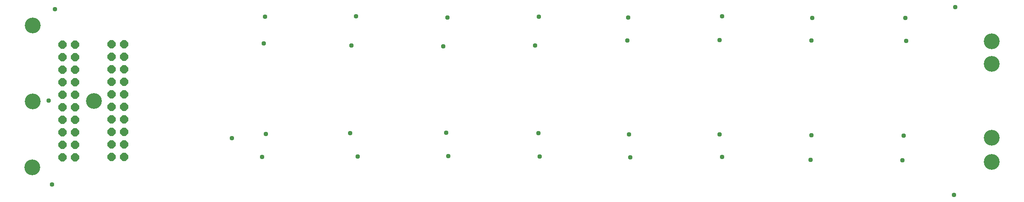
<source format=gbr>
G04 EAGLE Gerber RS-274X export*
G75*
%MOMM*%
%FSLAX34Y34*%
%LPD*%
%INSoldermask Bottom*%
%IPPOS*%
%AMOC8*
5,1,8,0,0,1.08239X$1,22.5*%
G01*
%ADD10C,3.203200*%
%ADD11P,1.759533X8X112.500000*%
%ADD12C,0.959600*%


D10*
X-245000Y312000D03*
X-122000Y159000D03*
X-245000Y158000D03*
X-246000Y24000D03*
X1691000Y280000D03*
X1691000Y234000D03*
X1691000Y84000D03*
X1691000Y35000D03*
D11*
X-86157Y45745D03*
X-60757Y45745D03*
X-86157Y71145D03*
X-60757Y71145D03*
X-86157Y96545D03*
X-60757Y96545D03*
X-86157Y121945D03*
X-60757Y121945D03*
X-86157Y147345D03*
X-60757Y147345D03*
X-86157Y172745D03*
X-60757Y172745D03*
X-86157Y198145D03*
X-60757Y198145D03*
X-86157Y223545D03*
X-60757Y223545D03*
X-86157Y248945D03*
X-60757Y248945D03*
X-86157Y274345D03*
X-60757Y274345D03*
X-184785Y44247D03*
X-159385Y44247D03*
X-184785Y69647D03*
X-159385Y69647D03*
X-184785Y95047D03*
X-159385Y95047D03*
X-184785Y120447D03*
X-159385Y120447D03*
X-184785Y145847D03*
X-159385Y145847D03*
X-184785Y171247D03*
X-159385Y171247D03*
X-184785Y196647D03*
X-159385Y196647D03*
X-184785Y222047D03*
X-159385Y222047D03*
X-184785Y247447D03*
X-159385Y247447D03*
X-184785Y272847D03*
X-159385Y272847D03*
D12*
X221031Y275361D03*
X-213106Y159258D03*
X1617726Y349504D03*
X1516380Y327406D03*
X1328928Y326898D03*
X1146556Y330454D03*
X957072Y328422D03*
X776732Y330200D03*
X591820Y327914D03*
X407670Y330454D03*
X223520Y329692D03*
X156972Y83566D03*
X395986Y93218D03*
X589788Y94234D03*
X775462Y93980D03*
X959104Y91440D03*
X1141476Y90932D03*
X1326896Y89408D03*
X1513332Y88138D03*
X1615186Y-31496D03*
X-200406Y344932D03*
X-206248Y-10160D03*
X225298Y91948D03*
X398526Y271729D03*
X583946Y270078D03*
X769366Y271424D03*
X955548Y281940D03*
X1141730Y282448D03*
X1326896Y281257D03*
X1518209Y280518D03*
X218237Y45060D03*
X411023Y46584D03*
X593649Y47346D03*
X778561Y45822D03*
X961441Y44806D03*
X1146607Y45060D03*
X1511148Y38506D03*
X1325220Y39776D03*
M02*

</source>
